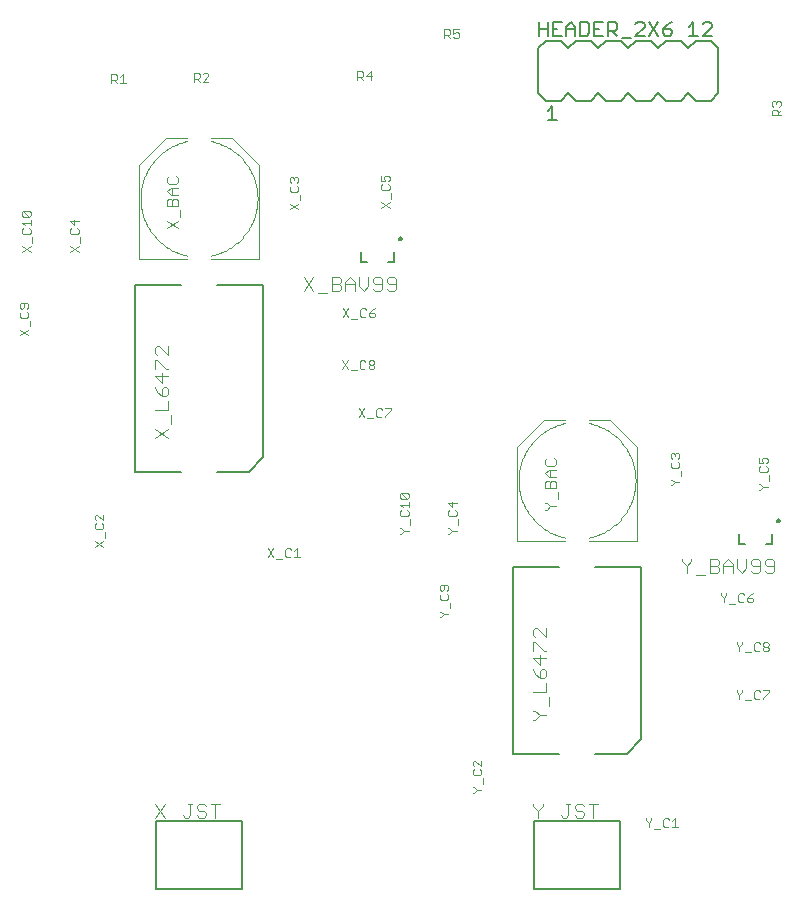
<source format=gto>
G75*
%MOIN*%
%OFA0B0*%
%FSLAX25Y25*%
%IPPOS*%
%LPD*%
%AMOC8*
5,1,8,0,0,1.08239X$1,22.5*
%
%ADD10C,0.00600*%
%ADD11C,0.00500*%
%ADD12C,0.00300*%
%ADD13C,0.00400*%
%ADD14C,0.00800*%
D10*
X0144200Y0219400D02*
X0146400Y0219400D01*
X0144200Y0219400D02*
X0144200Y0222600D01*
X0153200Y0219400D02*
X0155400Y0219400D01*
X0155400Y0222600D01*
X0205800Y0273000D02*
X0203300Y0275500D01*
X0203300Y0290500D01*
X0205800Y0293000D01*
X0210800Y0293000D01*
X0213300Y0290500D01*
X0215800Y0293000D01*
X0220800Y0293000D01*
X0223300Y0290500D01*
X0225800Y0293000D01*
X0230800Y0293000D01*
X0233300Y0290500D01*
X0235800Y0293000D01*
X0240800Y0293000D01*
X0243300Y0290500D01*
X0245800Y0293000D01*
X0250800Y0293000D01*
X0253300Y0290500D01*
X0255800Y0293000D01*
X0260800Y0293000D01*
X0263300Y0290500D01*
X0263300Y0275500D01*
X0260800Y0273000D01*
X0255800Y0273000D01*
X0253300Y0275500D01*
X0250800Y0273000D01*
X0245800Y0273000D01*
X0243300Y0275500D01*
X0240800Y0273000D01*
X0235800Y0273000D01*
X0233300Y0275500D01*
X0230800Y0273000D01*
X0225800Y0273000D01*
X0223300Y0275500D01*
X0220800Y0273000D01*
X0215800Y0273000D01*
X0213300Y0275500D01*
X0210800Y0273000D01*
X0205800Y0273000D01*
X0270200Y0128600D02*
X0270200Y0125400D01*
X0272400Y0125400D01*
X0279200Y0125400D02*
X0281400Y0125400D01*
X0281400Y0128600D01*
D11*
X0282800Y0133000D02*
X0282802Y0133044D01*
X0282808Y0133088D01*
X0282818Y0133131D01*
X0282831Y0133173D01*
X0282848Y0133214D01*
X0282869Y0133253D01*
X0282893Y0133290D01*
X0282920Y0133325D01*
X0282950Y0133357D01*
X0282983Y0133387D01*
X0283019Y0133413D01*
X0283056Y0133437D01*
X0283096Y0133456D01*
X0283137Y0133473D01*
X0283180Y0133485D01*
X0283223Y0133494D01*
X0283267Y0133499D01*
X0283311Y0133500D01*
X0283355Y0133497D01*
X0283399Y0133490D01*
X0283442Y0133479D01*
X0283484Y0133465D01*
X0283524Y0133447D01*
X0283563Y0133425D01*
X0283599Y0133401D01*
X0283633Y0133373D01*
X0283665Y0133342D01*
X0283694Y0133308D01*
X0283720Y0133272D01*
X0283742Y0133234D01*
X0283761Y0133194D01*
X0283776Y0133152D01*
X0283788Y0133110D01*
X0283796Y0133066D01*
X0283800Y0133022D01*
X0283800Y0132978D01*
X0283796Y0132934D01*
X0283788Y0132890D01*
X0283776Y0132848D01*
X0283761Y0132806D01*
X0283742Y0132766D01*
X0283720Y0132728D01*
X0283694Y0132692D01*
X0283665Y0132658D01*
X0283633Y0132627D01*
X0283599Y0132599D01*
X0283563Y0132575D01*
X0283524Y0132553D01*
X0283484Y0132535D01*
X0283442Y0132521D01*
X0283399Y0132510D01*
X0283355Y0132503D01*
X0283311Y0132500D01*
X0283267Y0132501D01*
X0283223Y0132506D01*
X0283180Y0132515D01*
X0283137Y0132527D01*
X0283096Y0132544D01*
X0283056Y0132563D01*
X0283019Y0132587D01*
X0282983Y0132613D01*
X0282950Y0132643D01*
X0282920Y0132675D01*
X0282893Y0132710D01*
X0282869Y0132747D01*
X0282848Y0132786D01*
X0282831Y0132827D01*
X0282818Y0132869D01*
X0282808Y0132912D01*
X0282802Y0132956D01*
X0282800Y0133000D01*
X0156800Y0227000D02*
X0156802Y0227044D01*
X0156808Y0227088D01*
X0156818Y0227131D01*
X0156831Y0227173D01*
X0156848Y0227214D01*
X0156869Y0227253D01*
X0156893Y0227290D01*
X0156920Y0227325D01*
X0156950Y0227357D01*
X0156983Y0227387D01*
X0157019Y0227413D01*
X0157056Y0227437D01*
X0157096Y0227456D01*
X0157137Y0227473D01*
X0157180Y0227485D01*
X0157223Y0227494D01*
X0157267Y0227499D01*
X0157311Y0227500D01*
X0157355Y0227497D01*
X0157399Y0227490D01*
X0157442Y0227479D01*
X0157484Y0227465D01*
X0157524Y0227447D01*
X0157563Y0227425D01*
X0157599Y0227401D01*
X0157633Y0227373D01*
X0157665Y0227342D01*
X0157694Y0227308D01*
X0157720Y0227272D01*
X0157742Y0227234D01*
X0157761Y0227194D01*
X0157776Y0227152D01*
X0157788Y0227110D01*
X0157796Y0227066D01*
X0157800Y0227022D01*
X0157800Y0226978D01*
X0157796Y0226934D01*
X0157788Y0226890D01*
X0157776Y0226848D01*
X0157761Y0226806D01*
X0157742Y0226766D01*
X0157720Y0226728D01*
X0157694Y0226692D01*
X0157665Y0226658D01*
X0157633Y0226627D01*
X0157599Y0226599D01*
X0157563Y0226575D01*
X0157524Y0226553D01*
X0157484Y0226535D01*
X0157442Y0226521D01*
X0157399Y0226510D01*
X0157355Y0226503D01*
X0157311Y0226500D01*
X0157267Y0226501D01*
X0157223Y0226506D01*
X0157180Y0226515D01*
X0157137Y0226527D01*
X0157096Y0226544D01*
X0157056Y0226563D01*
X0157019Y0226587D01*
X0156983Y0226613D01*
X0156950Y0226643D01*
X0156920Y0226675D01*
X0156893Y0226710D01*
X0156869Y0226747D01*
X0156848Y0226786D01*
X0156831Y0226827D01*
X0156818Y0226869D01*
X0156808Y0226912D01*
X0156802Y0226956D01*
X0156800Y0227000D01*
X0206550Y0266750D02*
X0209553Y0266750D01*
X0208051Y0266750D02*
X0208051Y0271254D01*
X0206550Y0269753D01*
X0206553Y0294750D02*
X0206553Y0299254D01*
X0208154Y0299254D02*
X0208154Y0294750D01*
X0211156Y0294750D01*
X0212758Y0294750D02*
X0212758Y0297753D01*
X0214259Y0299254D01*
X0215760Y0297753D01*
X0215760Y0294750D01*
X0217362Y0294750D02*
X0219614Y0294750D01*
X0220364Y0295501D01*
X0220364Y0298503D01*
X0219614Y0299254D01*
X0217362Y0299254D01*
X0217362Y0294750D01*
X0215760Y0297002D02*
X0212758Y0297002D01*
X0211156Y0299254D02*
X0208154Y0299254D01*
X0208154Y0297002D02*
X0209655Y0297002D01*
X0206553Y0297002D02*
X0203550Y0297002D01*
X0203550Y0294750D02*
X0203550Y0299254D01*
X0221966Y0299254D02*
X0221966Y0294750D01*
X0224968Y0294750D01*
X0226570Y0294750D02*
X0226570Y0299254D01*
X0228822Y0299254D01*
X0229572Y0298503D01*
X0229572Y0297002D01*
X0228822Y0296251D01*
X0226570Y0296251D01*
X0228071Y0296251D02*
X0229572Y0294750D01*
X0231174Y0293999D02*
X0234176Y0293999D01*
X0235777Y0294750D02*
X0238780Y0297753D01*
X0238780Y0298503D01*
X0238029Y0299254D01*
X0236528Y0299254D01*
X0235777Y0298503D01*
X0235777Y0294750D02*
X0238780Y0294750D01*
X0240381Y0294750D02*
X0243384Y0299254D01*
X0244985Y0297002D02*
X0247237Y0297002D01*
X0247988Y0296251D01*
X0247988Y0295501D01*
X0247237Y0294750D01*
X0245736Y0294750D01*
X0244985Y0295501D01*
X0244985Y0297002D01*
X0246487Y0298503D01*
X0247988Y0299254D01*
X0243384Y0294750D02*
X0240381Y0299254D01*
X0253550Y0297753D02*
X0255051Y0299254D01*
X0255051Y0294750D01*
X0253550Y0294750D02*
X0256553Y0294750D01*
X0258154Y0294750D02*
X0261156Y0297753D01*
X0261156Y0298503D01*
X0260406Y0299254D01*
X0258905Y0299254D01*
X0258154Y0298503D01*
X0258154Y0294750D02*
X0261156Y0294750D01*
X0224968Y0299254D02*
X0221966Y0299254D01*
X0221966Y0297002D02*
X0223467Y0297002D01*
D12*
X0176938Y0296852D02*
X0175003Y0296852D01*
X0175003Y0295401D01*
X0175971Y0295885D01*
X0176455Y0295885D01*
X0176938Y0295401D01*
X0176938Y0294434D01*
X0176455Y0293950D01*
X0175487Y0293950D01*
X0175003Y0294434D01*
X0173992Y0293950D02*
X0173024Y0294917D01*
X0173508Y0294917D02*
X0172057Y0294917D01*
X0172057Y0293950D02*
X0172057Y0296852D01*
X0173508Y0296852D01*
X0173992Y0296369D01*
X0173992Y0295401D01*
X0173508Y0294917D01*
X0147455Y0282852D02*
X0147455Y0279950D01*
X0147938Y0281401D02*
X0146003Y0281401D01*
X0147455Y0282852D01*
X0144992Y0282369D02*
X0144992Y0281401D01*
X0144508Y0280917D01*
X0143057Y0280917D01*
X0143057Y0279950D02*
X0143057Y0282852D01*
X0144508Y0282852D01*
X0144992Y0282369D01*
X0144024Y0280917D02*
X0144992Y0279950D01*
X0150948Y0248138D02*
X0150948Y0246203D01*
X0152399Y0246203D01*
X0151915Y0247171D01*
X0151915Y0247655D01*
X0152399Y0248138D01*
X0153366Y0248138D01*
X0153850Y0247655D01*
X0153850Y0246687D01*
X0153366Y0246203D01*
X0153366Y0245192D02*
X0153850Y0244708D01*
X0153850Y0243741D01*
X0153366Y0243257D01*
X0151431Y0243257D01*
X0150948Y0243741D01*
X0150948Y0244708D01*
X0151431Y0245192D01*
X0154334Y0242245D02*
X0154334Y0240310D01*
X0153850Y0239299D02*
X0150948Y0237364D01*
X0150948Y0239299D02*
X0153850Y0237364D01*
X0123834Y0239810D02*
X0123834Y0241745D01*
X0122866Y0242757D02*
X0123350Y0243241D01*
X0123350Y0244208D01*
X0122866Y0244692D01*
X0122866Y0245703D02*
X0123350Y0246187D01*
X0123350Y0247155D01*
X0122866Y0247638D01*
X0122383Y0247638D01*
X0121899Y0247155D01*
X0121899Y0246671D01*
X0121899Y0247155D02*
X0121415Y0247638D01*
X0120931Y0247638D01*
X0120448Y0247155D01*
X0120448Y0246187D01*
X0120931Y0245703D01*
X0120931Y0244692D02*
X0120448Y0244208D01*
X0120448Y0243241D01*
X0120931Y0242757D01*
X0122866Y0242757D01*
X0123350Y0238799D02*
X0120448Y0236864D01*
X0120448Y0238799D02*
X0123350Y0236864D01*
X0138164Y0203852D02*
X0140099Y0200950D01*
X0141110Y0200466D02*
X0143045Y0200466D01*
X0144057Y0201434D02*
X0144541Y0200950D01*
X0145508Y0200950D01*
X0145992Y0201434D01*
X0147003Y0201434D02*
X0147487Y0200950D01*
X0148455Y0200950D01*
X0148938Y0201434D01*
X0148938Y0201917D01*
X0148455Y0202401D01*
X0147003Y0202401D01*
X0147003Y0201434D01*
X0147003Y0202401D02*
X0147971Y0203369D01*
X0148938Y0203852D01*
X0145992Y0203369D02*
X0145508Y0203852D01*
X0144541Y0203852D01*
X0144057Y0203369D01*
X0144057Y0201434D01*
X0140099Y0203852D02*
X0138164Y0200950D01*
X0137950Y0186552D02*
X0139885Y0183650D01*
X0140897Y0183166D02*
X0142831Y0183166D01*
X0143843Y0184134D02*
X0144327Y0183650D01*
X0145294Y0183650D01*
X0145778Y0184134D01*
X0146790Y0184134D02*
X0146790Y0184617D01*
X0147273Y0185101D01*
X0148241Y0185101D01*
X0148725Y0184617D01*
X0148725Y0184134D01*
X0148241Y0183650D01*
X0147273Y0183650D01*
X0146790Y0184134D01*
X0147273Y0185101D02*
X0146790Y0185585D01*
X0146790Y0186069D01*
X0147273Y0186552D01*
X0148241Y0186552D01*
X0148725Y0186069D01*
X0148725Y0185585D01*
X0148241Y0185101D01*
X0145778Y0186069D02*
X0145294Y0186552D01*
X0144327Y0186552D01*
X0143843Y0186069D01*
X0143843Y0184134D01*
X0139885Y0186552D02*
X0137950Y0183650D01*
X0143450Y0170552D02*
X0145385Y0167650D01*
X0146397Y0167166D02*
X0148331Y0167166D01*
X0149343Y0168134D02*
X0149827Y0167650D01*
X0150794Y0167650D01*
X0151278Y0168134D01*
X0152290Y0168134D02*
X0152290Y0167650D01*
X0152290Y0168134D02*
X0154225Y0170069D01*
X0154225Y0170552D01*
X0152290Y0170552D01*
X0151278Y0170069D02*
X0150794Y0170552D01*
X0149827Y0170552D01*
X0149343Y0170069D01*
X0149343Y0168134D01*
X0145385Y0170552D02*
X0143450Y0167650D01*
X0157731Y0142371D02*
X0159666Y0140436D01*
X0160150Y0140920D01*
X0160150Y0141887D01*
X0159666Y0142371D01*
X0157731Y0142371D01*
X0157248Y0141887D01*
X0157248Y0140920D01*
X0157731Y0140436D01*
X0159666Y0140436D01*
X0160150Y0139425D02*
X0160150Y0137490D01*
X0160150Y0138457D02*
X0157248Y0138457D01*
X0158215Y0137490D01*
X0157731Y0136478D02*
X0157248Y0135994D01*
X0157248Y0135027D01*
X0157731Y0134543D01*
X0159666Y0134543D01*
X0160150Y0135027D01*
X0160150Y0135994D01*
X0159666Y0136478D01*
X0160634Y0133531D02*
X0160634Y0131597D01*
X0160150Y0129617D02*
X0158699Y0129617D01*
X0157731Y0130585D01*
X0157248Y0130585D01*
X0158699Y0129617D02*
X0157731Y0128650D01*
X0157248Y0128650D01*
X0173248Y0128650D02*
X0173731Y0128650D01*
X0174699Y0129617D01*
X0176150Y0129617D01*
X0174699Y0129617D02*
X0173731Y0130585D01*
X0173248Y0130585D01*
X0176634Y0131597D02*
X0176634Y0133531D01*
X0175666Y0134543D02*
X0176150Y0135027D01*
X0176150Y0135994D01*
X0175666Y0136478D01*
X0174699Y0137490D02*
X0174699Y0139425D01*
X0176150Y0138941D02*
X0173248Y0138941D01*
X0174699Y0137490D01*
X0173731Y0136478D02*
X0173248Y0135994D01*
X0173248Y0135027D01*
X0173731Y0134543D01*
X0175666Y0134543D01*
X0172866Y0111638D02*
X0170931Y0111638D01*
X0170448Y0111155D01*
X0170448Y0110187D01*
X0170931Y0109703D01*
X0171415Y0109703D01*
X0171899Y0110187D01*
X0171899Y0111638D01*
X0172866Y0111638D02*
X0173350Y0111155D01*
X0173350Y0110187D01*
X0172866Y0109703D01*
X0172866Y0108692D02*
X0173350Y0108208D01*
X0173350Y0107241D01*
X0172866Y0106757D01*
X0170931Y0106757D01*
X0170448Y0107241D01*
X0170448Y0108208D01*
X0170931Y0108692D01*
X0173834Y0105745D02*
X0173834Y0103810D01*
X0173350Y0101831D02*
X0171899Y0101831D01*
X0170931Y0102799D01*
X0170448Y0102799D01*
X0171899Y0101831D02*
X0170931Y0100864D01*
X0170448Y0100864D01*
X0205557Y0136611D02*
X0206174Y0136611D01*
X0207409Y0137845D01*
X0209260Y0137845D01*
X0207409Y0137845D02*
X0206174Y0139079D01*
X0205557Y0139079D01*
X0209877Y0140294D02*
X0209877Y0142763D01*
X0209260Y0143977D02*
X0209260Y0145828D01*
X0208643Y0146446D01*
X0208026Y0146446D01*
X0207409Y0145828D01*
X0207409Y0143977D01*
X0209260Y0143977D02*
X0205557Y0143977D01*
X0205557Y0145828D01*
X0206174Y0146446D01*
X0206791Y0146446D01*
X0207409Y0145828D01*
X0207409Y0147660D02*
X0207409Y0150129D01*
X0206791Y0150129D02*
X0209260Y0150129D01*
X0208643Y0151343D02*
X0209260Y0151960D01*
X0209260Y0153195D01*
X0208643Y0153812D01*
X0206174Y0153812D02*
X0205557Y0153195D01*
X0205557Y0151960D01*
X0206174Y0151343D01*
X0208643Y0151343D01*
X0206791Y0150129D02*
X0205557Y0148894D01*
X0206791Y0147660D01*
X0209260Y0147660D01*
X0247448Y0146799D02*
X0247931Y0146799D01*
X0248899Y0145831D01*
X0250350Y0145831D01*
X0248899Y0145831D02*
X0247931Y0144864D01*
X0247448Y0144864D01*
X0250834Y0147810D02*
X0250834Y0149745D01*
X0249866Y0150757D02*
X0250350Y0151241D01*
X0250350Y0152208D01*
X0249866Y0152692D01*
X0249866Y0153703D02*
X0250350Y0154187D01*
X0250350Y0155155D01*
X0249866Y0155638D01*
X0249383Y0155638D01*
X0248899Y0155155D01*
X0248899Y0154671D01*
X0248899Y0155155D02*
X0248415Y0155638D01*
X0247931Y0155638D01*
X0247448Y0155155D01*
X0247448Y0154187D01*
X0247931Y0153703D01*
X0247931Y0152692D02*
X0247448Y0152208D01*
X0247448Y0151241D01*
X0247931Y0150757D01*
X0249866Y0150757D01*
X0276948Y0150708D02*
X0276948Y0149741D01*
X0277431Y0149257D01*
X0279366Y0149257D01*
X0279850Y0149741D01*
X0279850Y0150708D01*
X0279366Y0151192D01*
X0279366Y0152203D02*
X0279850Y0152687D01*
X0279850Y0153655D01*
X0279366Y0154138D01*
X0278399Y0154138D01*
X0277915Y0153655D01*
X0277915Y0153171D01*
X0278399Y0152203D01*
X0276948Y0152203D01*
X0276948Y0154138D01*
X0277431Y0151192D02*
X0276948Y0150708D01*
X0280334Y0148245D02*
X0280334Y0146310D01*
X0279850Y0144331D02*
X0278399Y0144331D01*
X0277431Y0145299D01*
X0276948Y0145299D01*
X0278399Y0144331D02*
X0277431Y0143364D01*
X0276948Y0143364D01*
X0274938Y0108852D02*
X0273971Y0108369D01*
X0273003Y0107401D01*
X0274455Y0107401D01*
X0274938Y0106917D01*
X0274938Y0106434D01*
X0274455Y0105950D01*
X0273487Y0105950D01*
X0273003Y0106434D01*
X0273003Y0107401D01*
X0271992Y0106434D02*
X0271508Y0105950D01*
X0270541Y0105950D01*
X0270057Y0106434D01*
X0270057Y0108369D01*
X0270541Y0108852D01*
X0271508Y0108852D01*
X0271992Y0108369D01*
X0269045Y0105466D02*
X0267110Y0105466D01*
X0265131Y0105950D02*
X0265131Y0107401D01*
X0266099Y0108369D01*
X0266099Y0108852D01*
X0265131Y0107401D02*
X0264164Y0108369D01*
X0264164Y0108852D01*
X0269450Y0092552D02*
X0269450Y0092069D01*
X0270417Y0091101D01*
X0270417Y0089650D01*
X0270417Y0091101D02*
X0271385Y0092069D01*
X0271385Y0092552D01*
X0272397Y0089166D02*
X0274331Y0089166D01*
X0275343Y0090134D02*
X0275827Y0089650D01*
X0276794Y0089650D01*
X0277278Y0090134D01*
X0278290Y0090134D02*
X0278290Y0090617D01*
X0278773Y0091101D01*
X0279741Y0091101D01*
X0280225Y0090617D01*
X0280225Y0090134D01*
X0279741Y0089650D01*
X0278773Y0089650D01*
X0278290Y0090134D01*
X0278773Y0091101D02*
X0278290Y0091585D01*
X0278290Y0092069D01*
X0278773Y0092552D01*
X0279741Y0092552D01*
X0280225Y0092069D01*
X0280225Y0091585D01*
X0279741Y0091101D01*
X0277278Y0092069D02*
X0276794Y0092552D01*
X0275827Y0092552D01*
X0275343Y0092069D01*
X0275343Y0090134D01*
X0275827Y0076552D02*
X0275343Y0076069D01*
X0275343Y0074134D01*
X0275827Y0073650D01*
X0276794Y0073650D01*
X0277278Y0074134D01*
X0278290Y0074134D02*
X0278290Y0073650D01*
X0278290Y0074134D02*
X0280225Y0076069D01*
X0280225Y0076552D01*
X0278290Y0076552D01*
X0277278Y0076069D02*
X0276794Y0076552D01*
X0275827Y0076552D01*
X0274331Y0073166D02*
X0272397Y0073166D01*
X0270417Y0073650D02*
X0270417Y0075101D01*
X0271385Y0076069D01*
X0271385Y0076552D01*
X0270417Y0075101D02*
X0269450Y0076069D01*
X0269450Y0076552D01*
X0248971Y0033852D02*
X0248003Y0032885D01*
X0246992Y0033369D02*
X0246508Y0033852D01*
X0245541Y0033852D01*
X0245057Y0033369D01*
X0245057Y0031434D01*
X0245541Y0030950D01*
X0246508Y0030950D01*
X0246992Y0031434D01*
X0248003Y0030950D02*
X0249938Y0030950D01*
X0248971Y0030950D02*
X0248971Y0033852D01*
X0244045Y0030466D02*
X0242110Y0030466D01*
X0240131Y0030950D02*
X0240131Y0032401D01*
X0241099Y0033369D01*
X0241099Y0033852D01*
X0240131Y0032401D02*
X0239164Y0033369D01*
X0239164Y0033852D01*
X0184834Y0045310D02*
X0184834Y0047245D01*
X0183866Y0048257D02*
X0184350Y0048741D01*
X0184350Y0049708D01*
X0183866Y0050192D01*
X0184350Y0051203D02*
X0182415Y0053138D01*
X0181931Y0053138D01*
X0181448Y0052655D01*
X0181448Y0051687D01*
X0181931Y0051203D01*
X0181931Y0050192D02*
X0181448Y0049708D01*
X0181448Y0048741D01*
X0181931Y0048257D01*
X0183866Y0048257D01*
X0184350Y0051203D02*
X0184350Y0053138D01*
X0181931Y0044299D02*
X0181448Y0044299D01*
X0181931Y0044299D02*
X0182899Y0043331D01*
X0184350Y0043331D01*
X0182899Y0043331D02*
X0181931Y0042364D01*
X0181448Y0042364D01*
X0123938Y0120950D02*
X0122003Y0120950D01*
X0122971Y0120950D02*
X0122971Y0123852D01*
X0122003Y0122885D01*
X0120992Y0123369D02*
X0120508Y0123852D01*
X0119541Y0123852D01*
X0119057Y0123369D01*
X0119057Y0121434D01*
X0119541Y0120950D01*
X0120508Y0120950D01*
X0120992Y0121434D01*
X0118045Y0120466D02*
X0116110Y0120466D01*
X0115099Y0120950D02*
X0113164Y0123852D01*
X0115099Y0123852D02*
X0113164Y0120950D01*
X0058834Y0127310D02*
X0058834Y0129245D01*
X0057866Y0130257D02*
X0058350Y0130741D01*
X0058350Y0131708D01*
X0057866Y0132192D01*
X0058350Y0133203D02*
X0056415Y0135138D01*
X0055931Y0135138D01*
X0055448Y0134655D01*
X0055448Y0133687D01*
X0055931Y0133203D01*
X0055931Y0132192D02*
X0055448Y0131708D01*
X0055448Y0130741D01*
X0055931Y0130257D01*
X0057866Y0130257D01*
X0058350Y0133203D02*
X0058350Y0135138D01*
X0058350Y0126299D02*
X0055448Y0124364D01*
X0055448Y0126299D02*
X0058350Y0124364D01*
X0033350Y0194864D02*
X0030448Y0196799D01*
X0030448Y0194864D02*
X0033350Y0196799D01*
X0033834Y0197810D02*
X0033834Y0199745D01*
X0032866Y0200757D02*
X0033350Y0201241D01*
X0033350Y0202208D01*
X0032866Y0202692D01*
X0032866Y0203703D02*
X0033350Y0204187D01*
X0033350Y0205155D01*
X0032866Y0205638D01*
X0030931Y0205638D01*
X0030448Y0205155D01*
X0030448Y0204187D01*
X0030931Y0203703D01*
X0031415Y0203703D01*
X0031899Y0204187D01*
X0031899Y0205638D01*
X0030931Y0202692D02*
X0030448Y0202208D01*
X0030448Y0201241D01*
X0030931Y0200757D01*
X0032866Y0200757D01*
X0034150Y0222650D02*
X0031248Y0224585D01*
X0031248Y0222650D02*
X0034150Y0224585D01*
X0034634Y0225597D02*
X0034634Y0227531D01*
X0033666Y0228543D02*
X0034150Y0229027D01*
X0034150Y0229994D01*
X0033666Y0230478D01*
X0034150Y0231490D02*
X0034150Y0233425D01*
X0034150Y0232457D02*
X0031248Y0232457D01*
X0032215Y0231490D01*
X0031731Y0230478D02*
X0031248Y0229994D01*
X0031248Y0229027D01*
X0031731Y0228543D01*
X0033666Y0228543D01*
X0033666Y0234436D02*
X0031731Y0236371D01*
X0033666Y0236371D01*
X0034150Y0235887D01*
X0034150Y0234920D01*
X0033666Y0234436D01*
X0031731Y0234436D01*
X0031248Y0234920D01*
X0031248Y0235887D01*
X0031731Y0236371D01*
X0047248Y0232941D02*
X0048699Y0231490D01*
X0048699Y0233425D01*
X0050150Y0232941D02*
X0047248Y0232941D01*
X0047731Y0230478D02*
X0047248Y0229994D01*
X0047248Y0229027D01*
X0047731Y0228543D01*
X0049666Y0228543D01*
X0050150Y0229027D01*
X0050150Y0229994D01*
X0049666Y0230478D01*
X0050634Y0227531D02*
X0050634Y0225597D01*
X0050150Y0224585D02*
X0047248Y0222650D01*
X0047248Y0224585D02*
X0050150Y0222650D01*
X0079557Y0230611D02*
X0083260Y0233079D01*
X0083877Y0234294D02*
X0083877Y0236763D01*
X0083260Y0237977D02*
X0083260Y0239828D01*
X0082643Y0240446D01*
X0082026Y0240446D01*
X0081409Y0239828D01*
X0081409Y0237977D01*
X0083260Y0237977D02*
X0079557Y0237977D01*
X0079557Y0239828D01*
X0080174Y0240446D01*
X0080791Y0240446D01*
X0081409Y0239828D01*
X0081409Y0241660D02*
X0081409Y0244129D01*
X0080791Y0244129D02*
X0083260Y0244129D01*
X0082643Y0245343D02*
X0083260Y0245960D01*
X0083260Y0247195D01*
X0082643Y0247812D01*
X0080174Y0247812D02*
X0079557Y0247195D01*
X0079557Y0245960D01*
X0080174Y0245343D01*
X0082643Y0245343D01*
X0080791Y0244129D02*
X0079557Y0242894D01*
X0080791Y0241660D01*
X0083260Y0241660D01*
X0079557Y0233079D02*
X0083260Y0230611D01*
X0088557Y0279450D02*
X0088557Y0282352D01*
X0090008Y0282352D01*
X0090492Y0281869D01*
X0090492Y0280901D01*
X0090008Y0280417D01*
X0088557Y0280417D01*
X0089524Y0280417D02*
X0090492Y0279450D01*
X0091503Y0279450D02*
X0093438Y0281385D01*
X0093438Y0281869D01*
X0092955Y0282352D01*
X0091987Y0282352D01*
X0091503Y0281869D01*
X0091503Y0279450D02*
X0093438Y0279450D01*
X0065938Y0278950D02*
X0064003Y0278950D01*
X0064971Y0278950D02*
X0064971Y0281852D01*
X0064003Y0280885D01*
X0062992Y0281369D02*
X0062992Y0280401D01*
X0062508Y0279917D01*
X0061057Y0279917D01*
X0061057Y0278950D02*
X0061057Y0281852D01*
X0062508Y0281852D01*
X0062992Y0281369D01*
X0062024Y0279917D02*
X0062992Y0278950D01*
X0281248Y0272548D02*
X0281248Y0271580D01*
X0281731Y0271097D01*
X0281731Y0270085D02*
X0282699Y0270085D01*
X0283183Y0269601D01*
X0283183Y0268150D01*
X0284150Y0268150D02*
X0281248Y0268150D01*
X0281248Y0269601D01*
X0281731Y0270085D01*
X0283183Y0269117D02*
X0284150Y0270085D01*
X0283666Y0271097D02*
X0284150Y0271580D01*
X0284150Y0272548D01*
X0283666Y0273031D01*
X0283183Y0273031D01*
X0282699Y0272548D01*
X0282699Y0272064D01*
X0282699Y0272548D02*
X0282215Y0273031D01*
X0281731Y0273031D01*
X0281248Y0272548D01*
D13*
X0227324Y0166579D02*
X0220237Y0166579D01*
X0212363Y0166579D02*
X0205276Y0166579D01*
X0196221Y0157524D01*
X0196221Y0126421D01*
X0212363Y0126421D01*
X0220237Y0126421D02*
X0236379Y0126421D01*
X0236379Y0157524D01*
X0227324Y0166579D01*
X0212363Y0165594D02*
X0211898Y0165493D01*
X0211435Y0165379D01*
X0210976Y0165255D01*
X0210520Y0165119D01*
X0210067Y0164973D01*
X0209618Y0164815D01*
X0209172Y0164646D01*
X0208731Y0164467D01*
X0208295Y0164277D01*
X0207863Y0164076D01*
X0207437Y0163865D01*
X0207015Y0163643D01*
X0206600Y0163411D01*
X0206190Y0163170D01*
X0205786Y0162918D01*
X0205388Y0162656D01*
X0204997Y0162385D01*
X0204612Y0162104D01*
X0204235Y0161814D01*
X0203864Y0161515D01*
X0203501Y0161207D01*
X0203146Y0160890D01*
X0202799Y0160564D01*
X0202459Y0160231D01*
X0202128Y0159889D01*
X0201805Y0159539D01*
X0201491Y0159181D01*
X0201186Y0158815D01*
X0200890Y0158443D01*
X0200603Y0158063D01*
X0200325Y0157676D01*
X0200057Y0157283D01*
X0199799Y0156883D01*
X0199550Y0156477D01*
X0199312Y0156065D01*
X0199083Y0155647D01*
X0198865Y0155224D01*
X0198657Y0154796D01*
X0198460Y0154363D01*
X0198273Y0153925D01*
X0198097Y0153482D01*
X0197932Y0153036D01*
X0197778Y0152585D01*
X0197635Y0152131D01*
X0197503Y0151674D01*
X0197382Y0151214D01*
X0197273Y0150750D01*
X0197175Y0150284D01*
X0197088Y0149816D01*
X0197013Y0149346D01*
X0196949Y0148874D01*
X0196897Y0148401D01*
X0196856Y0147927D01*
X0196827Y0147452D01*
X0196810Y0146976D01*
X0196804Y0146500D01*
X0196810Y0146024D01*
X0196827Y0145548D01*
X0196856Y0145073D01*
X0196897Y0144599D01*
X0196949Y0144126D01*
X0197013Y0143654D01*
X0197088Y0143184D01*
X0197175Y0142716D01*
X0197273Y0142250D01*
X0197382Y0141786D01*
X0197503Y0141326D01*
X0197635Y0140869D01*
X0197778Y0140415D01*
X0197932Y0139964D01*
X0198097Y0139518D01*
X0198273Y0139075D01*
X0198460Y0138637D01*
X0198657Y0138204D01*
X0198865Y0137776D01*
X0199083Y0137353D01*
X0199312Y0136935D01*
X0199550Y0136523D01*
X0199799Y0136117D01*
X0200057Y0135717D01*
X0200325Y0135324D01*
X0200603Y0134937D01*
X0200890Y0134557D01*
X0201186Y0134185D01*
X0201491Y0133819D01*
X0201805Y0133461D01*
X0202128Y0133111D01*
X0202459Y0132769D01*
X0202799Y0132436D01*
X0203146Y0132110D01*
X0203501Y0131793D01*
X0203864Y0131485D01*
X0204235Y0131186D01*
X0204612Y0130896D01*
X0204997Y0130615D01*
X0205388Y0130344D01*
X0205786Y0130082D01*
X0206190Y0129830D01*
X0206600Y0129589D01*
X0207015Y0129357D01*
X0207437Y0129135D01*
X0207863Y0128924D01*
X0208295Y0128723D01*
X0208731Y0128533D01*
X0209172Y0128354D01*
X0209618Y0128185D01*
X0210067Y0128027D01*
X0210520Y0127881D01*
X0210976Y0127745D01*
X0211435Y0127621D01*
X0211898Y0127507D01*
X0212363Y0127406D01*
X0220237Y0127406D02*
X0220702Y0127507D01*
X0221165Y0127621D01*
X0221624Y0127745D01*
X0222080Y0127881D01*
X0222533Y0128027D01*
X0222982Y0128185D01*
X0223428Y0128354D01*
X0223869Y0128533D01*
X0224305Y0128723D01*
X0224737Y0128924D01*
X0225163Y0129135D01*
X0225585Y0129357D01*
X0226000Y0129589D01*
X0226410Y0129830D01*
X0226814Y0130082D01*
X0227212Y0130344D01*
X0227603Y0130615D01*
X0227988Y0130896D01*
X0228365Y0131186D01*
X0228736Y0131485D01*
X0229099Y0131793D01*
X0229454Y0132110D01*
X0229801Y0132436D01*
X0230141Y0132769D01*
X0230472Y0133111D01*
X0230795Y0133461D01*
X0231109Y0133819D01*
X0231414Y0134185D01*
X0231710Y0134557D01*
X0231997Y0134937D01*
X0232275Y0135324D01*
X0232543Y0135717D01*
X0232801Y0136117D01*
X0233050Y0136523D01*
X0233288Y0136935D01*
X0233517Y0137353D01*
X0233735Y0137776D01*
X0233943Y0138204D01*
X0234140Y0138637D01*
X0234327Y0139075D01*
X0234503Y0139518D01*
X0234668Y0139964D01*
X0234822Y0140415D01*
X0234965Y0140869D01*
X0235097Y0141326D01*
X0235218Y0141786D01*
X0235327Y0142250D01*
X0235425Y0142716D01*
X0235512Y0143184D01*
X0235587Y0143654D01*
X0235651Y0144126D01*
X0235703Y0144599D01*
X0235744Y0145073D01*
X0235773Y0145548D01*
X0235790Y0146024D01*
X0235796Y0146500D01*
X0235790Y0146976D01*
X0235773Y0147452D01*
X0235744Y0147927D01*
X0235703Y0148401D01*
X0235651Y0148874D01*
X0235587Y0149346D01*
X0235512Y0149816D01*
X0235425Y0150284D01*
X0235327Y0150750D01*
X0235218Y0151214D01*
X0235097Y0151674D01*
X0234965Y0152131D01*
X0234822Y0152585D01*
X0234668Y0153036D01*
X0234503Y0153482D01*
X0234327Y0153925D01*
X0234140Y0154363D01*
X0233943Y0154796D01*
X0233735Y0155224D01*
X0233517Y0155647D01*
X0233288Y0156065D01*
X0233050Y0156477D01*
X0232801Y0156883D01*
X0232543Y0157283D01*
X0232275Y0157676D01*
X0231997Y0158063D01*
X0231710Y0158443D01*
X0231414Y0158815D01*
X0231109Y0159181D01*
X0230795Y0159539D01*
X0230472Y0159889D01*
X0230141Y0160231D01*
X0229801Y0160564D01*
X0229454Y0160890D01*
X0229099Y0161207D01*
X0228736Y0161515D01*
X0228365Y0161814D01*
X0227988Y0162104D01*
X0227603Y0162385D01*
X0227212Y0162656D01*
X0226814Y0162918D01*
X0226410Y0163170D01*
X0226000Y0163411D01*
X0225585Y0163643D01*
X0225163Y0163865D01*
X0224737Y0164076D01*
X0224305Y0164277D01*
X0223869Y0164467D01*
X0223428Y0164646D01*
X0222982Y0164815D01*
X0222533Y0164973D01*
X0222080Y0165119D01*
X0221624Y0165255D01*
X0221165Y0165379D01*
X0220702Y0165493D01*
X0220237Y0165594D01*
X0251272Y0120304D02*
X0251272Y0119537D01*
X0252807Y0118002D01*
X0252807Y0115700D01*
X0252807Y0118002D02*
X0254342Y0119537D01*
X0254342Y0120304D01*
X0255876Y0114933D02*
X0258946Y0114933D01*
X0260480Y0115700D02*
X0262782Y0115700D01*
X0263550Y0116467D01*
X0263550Y0117235D01*
X0262782Y0118002D01*
X0260480Y0118002D01*
X0260480Y0115700D02*
X0260480Y0120304D01*
X0262782Y0120304D01*
X0263550Y0119537D01*
X0263550Y0118769D01*
X0262782Y0118002D01*
X0265084Y0118002D02*
X0268154Y0118002D01*
X0268154Y0118769D02*
X0268154Y0115700D01*
X0269688Y0117235D02*
X0271223Y0115700D01*
X0272757Y0117235D01*
X0272757Y0120304D01*
X0274292Y0119537D02*
X0274292Y0118769D01*
X0275059Y0118002D01*
X0277361Y0118002D01*
X0277361Y0119537D02*
X0276594Y0120304D01*
X0275059Y0120304D01*
X0274292Y0119537D01*
X0277361Y0119537D02*
X0277361Y0116467D01*
X0276594Y0115700D01*
X0275059Y0115700D01*
X0274292Y0116467D01*
X0278896Y0116467D02*
X0279663Y0115700D01*
X0281198Y0115700D01*
X0281965Y0116467D01*
X0281965Y0119537D01*
X0281198Y0120304D01*
X0279663Y0120304D01*
X0278896Y0119537D01*
X0278896Y0118769D01*
X0279663Y0118002D01*
X0281965Y0118002D01*
X0269688Y0117235D02*
X0269688Y0120304D01*
X0268154Y0118769D02*
X0266619Y0120304D01*
X0265084Y0118769D01*
X0265084Y0115700D01*
X0206100Y0097393D02*
X0206100Y0094324D01*
X0203031Y0097393D01*
X0202263Y0097393D01*
X0201496Y0096626D01*
X0201496Y0095091D01*
X0202263Y0094324D01*
X0202263Y0092789D02*
X0205333Y0089720D01*
X0206100Y0089720D01*
X0206100Y0087418D02*
X0201496Y0087418D01*
X0203798Y0085116D01*
X0203798Y0088185D01*
X0201496Y0089720D02*
X0201496Y0092789D01*
X0202263Y0092789D01*
X0201496Y0083581D02*
X0202263Y0082046D01*
X0203798Y0080512D01*
X0203798Y0082814D01*
X0204565Y0083581D01*
X0205333Y0083581D01*
X0206100Y0082814D01*
X0206100Y0081279D01*
X0205333Y0080512D01*
X0203798Y0080512D01*
X0206100Y0078977D02*
X0206100Y0075908D01*
X0201496Y0075908D01*
X0201496Y0069769D02*
X0202263Y0069769D01*
X0203798Y0068235D01*
X0206100Y0068235D01*
X0203798Y0068235D02*
X0202263Y0066700D01*
X0201496Y0066700D01*
X0206867Y0071304D02*
X0206867Y0074373D01*
X0204805Y0038709D02*
X0204805Y0037942D01*
X0203271Y0036407D01*
X0203271Y0034106D01*
X0203271Y0036407D02*
X0201736Y0037942D01*
X0201736Y0038709D01*
X0206340Y0033338D02*
X0209409Y0033338D01*
X0210944Y0034873D02*
X0211711Y0034106D01*
X0212479Y0034106D01*
X0213246Y0034873D01*
X0213246Y0038709D01*
X0212479Y0038709D02*
X0214013Y0038709D01*
X0215548Y0037942D02*
X0215548Y0037175D01*
X0216315Y0036407D01*
X0217850Y0036407D01*
X0218617Y0035640D01*
X0218617Y0034873D01*
X0217850Y0034106D01*
X0216315Y0034106D01*
X0215548Y0034873D01*
X0215548Y0037942D02*
X0216315Y0038709D01*
X0217850Y0038709D01*
X0218617Y0037942D01*
X0220152Y0038709D02*
X0223221Y0038709D01*
X0221687Y0038709D02*
X0221687Y0034106D01*
X0097221Y0038709D02*
X0094152Y0038709D01*
X0095687Y0038709D02*
X0095687Y0034106D01*
X0092617Y0034873D02*
X0091850Y0034106D01*
X0090315Y0034106D01*
X0089548Y0034873D01*
X0090315Y0036407D02*
X0091850Y0036407D01*
X0092617Y0035640D01*
X0092617Y0034873D01*
X0090315Y0036407D02*
X0089548Y0037175D01*
X0089548Y0037942D01*
X0090315Y0038709D01*
X0091850Y0038709D01*
X0092617Y0037942D01*
X0088013Y0038709D02*
X0086479Y0038709D01*
X0087246Y0038709D02*
X0087246Y0034873D01*
X0086479Y0034106D01*
X0085711Y0034106D01*
X0084944Y0034873D01*
X0083409Y0033338D02*
X0080340Y0033338D01*
X0078805Y0034106D02*
X0075736Y0038709D01*
X0078805Y0038709D02*
X0075736Y0034106D01*
X0075496Y0160700D02*
X0080100Y0163769D01*
X0080867Y0165304D02*
X0080867Y0168373D01*
X0080100Y0169908D02*
X0080100Y0172977D01*
X0079333Y0174512D02*
X0080100Y0175279D01*
X0080100Y0176814D01*
X0079333Y0177581D01*
X0078565Y0177581D01*
X0077798Y0176814D01*
X0077798Y0174512D01*
X0079333Y0174512D01*
X0077798Y0174512D02*
X0076263Y0176046D01*
X0075496Y0177581D01*
X0077798Y0179116D02*
X0075496Y0181418D01*
X0080100Y0181418D01*
X0080100Y0183720D02*
X0079333Y0183720D01*
X0076263Y0186789D01*
X0075496Y0186789D01*
X0075496Y0183720D01*
X0077798Y0182185D02*
X0077798Y0179116D01*
X0076263Y0188324D02*
X0075496Y0189091D01*
X0075496Y0190626D01*
X0076263Y0191393D01*
X0077031Y0191393D01*
X0080100Y0188324D01*
X0080100Y0191393D01*
X0080100Y0169908D02*
X0075496Y0169908D01*
X0075496Y0163769D02*
X0080100Y0160700D01*
X0125272Y0209700D02*
X0128342Y0214304D01*
X0125272Y0214304D02*
X0128342Y0209700D01*
X0129876Y0208933D02*
X0132946Y0208933D01*
X0134480Y0209700D02*
X0136782Y0209700D01*
X0137550Y0210467D01*
X0137550Y0211235D01*
X0136782Y0212002D01*
X0134480Y0212002D01*
X0134480Y0214304D02*
X0136782Y0214304D01*
X0137550Y0213537D01*
X0137550Y0212769D01*
X0136782Y0212002D01*
X0139084Y0212002D02*
X0142154Y0212002D01*
X0142154Y0212769D02*
X0142154Y0209700D01*
X0143688Y0211235D02*
X0145223Y0209700D01*
X0146757Y0211235D01*
X0146757Y0214304D01*
X0148292Y0213537D02*
X0148292Y0212769D01*
X0149059Y0212002D01*
X0151361Y0212002D01*
X0151361Y0213537D02*
X0150594Y0214304D01*
X0149059Y0214304D01*
X0148292Y0213537D01*
X0151361Y0213537D02*
X0151361Y0210467D01*
X0150594Y0209700D01*
X0149059Y0209700D01*
X0148292Y0210467D01*
X0152896Y0210467D02*
X0153663Y0209700D01*
X0155198Y0209700D01*
X0155965Y0210467D01*
X0155965Y0213537D01*
X0155198Y0214304D01*
X0153663Y0214304D01*
X0152896Y0213537D01*
X0152896Y0212769D01*
X0153663Y0212002D01*
X0155965Y0212002D01*
X0143688Y0211235D02*
X0143688Y0214304D01*
X0142154Y0212769D02*
X0140619Y0214304D01*
X0139084Y0212769D01*
X0139084Y0209700D01*
X0134480Y0209700D02*
X0134480Y0214304D01*
X0110379Y0220421D02*
X0094237Y0220421D01*
X0086363Y0220421D02*
X0070221Y0220421D01*
X0070221Y0251524D01*
X0079276Y0260579D01*
X0086363Y0260579D01*
X0094237Y0260579D02*
X0101324Y0260579D01*
X0110379Y0251524D01*
X0110379Y0220421D01*
X0086363Y0221406D02*
X0085898Y0221507D01*
X0085435Y0221621D01*
X0084976Y0221745D01*
X0084520Y0221881D01*
X0084067Y0222027D01*
X0083618Y0222185D01*
X0083172Y0222354D01*
X0082731Y0222533D01*
X0082295Y0222723D01*
X0081863Y0222924D01*
X0081437Y0223135D01*
X0081015Y0223357D01*
X0080600Y0223589D01*
X0080190Y0223830D01*
X0079786Y0224082D01*
X0079388Y0224344D01*
X0078997Y0224615D01*
X0078612Y0224896D01*
X0078235Y0225186D01*
X0077864Y0225485D01*
X0077501Y0225793D01*
X0077146Y0226110D01*
X0076799Y0226436D01*
X0076459Y0226769D01*
X0076128Y0227111D01*
X0075805Y0227461D01*
X0075491Y0227819D01*
X0075186Y0228185D01*
X0074890Y0228557D01*
X0074603Y0228937D01*
X0074325Y0229324D01*
X0074057Y0229717D01*
X0073799Y0230117D01*
X0073550Y0230523D01*
X0073312Y0230935D01*
X0073083Y0231353D01*
X0072865Y0231776D01*
X0072657Y0232204D01*
X0072460Y0232637D01*
X0072273Y0233075D01*
X0072097Y0233518D01*
X0071932Y0233964D01*
X0071778Y0234415D01*
X0071635Y0234869D01*
X0071503Y0235326D01*
X0071382Y0235786D01*
X0071273Y0236250D01*
X0071175Y0236716D01*
X0071088Y0237184D01*
X0071013Y0237654D01*
X0070949Y0238126D01*
X0070897Y0238599D01*
X0070856Y0239073D01*
X0070827Y0239548D01*
X0070810Y0240024D01*
X0070804Y0240500D01*
X0070810Y0240976D01*
X0070827Y0241452D01*
X0070856Y0241927D01*
X0070897Y0242401D01*
X0070949Y0242874D01*
X0071013Y0243346D01*
X0071088Y0243816D01*
X0071175Y0244284D01*
X0071273Y0244750D01*
X0071382Y0245214D01*
X0071503Y0245674D01*
X0071635Y0246131D01*
X0071778Y0246585D01*
X0071932Y0247036D01*
X0072097Y0247482D01*
X0072273Y0247925D01*
X0072460Y0248363D01*
X0072657Y0248796D01*
X0072865Y0249224D01*
X0073083Y0249647D01*
X0073312Y0250065D01*
X0073550Y0250477D01*
X0073799Y0250883D01*
X0074057Y0251283D01*
X0074325Y0251676D01*
X0074603Y0252063D01*
X0074890Y0252443D01*
X0075186Y0252815D01*
X0075491Y0253181D01*
X0075805Y0253539D01*
X0076128Y0253889D01*
X0076459Y0254231D01*
X0076799Y0254564D01*
X0077146Y0254890D01*
X0077501Y0255207D01*
X0077864Y0255515D01*
X0078235Y0255814D01*
X0078612Y0256104D01*
X0078997Y0256385D01*
X0079388Y0256656D01*
X0079786Y0256918D01*
X0080190Y0257170D01*
X0080600Y0257411D01*
X0081015Y0257643D01*
X0081437Y0257865D01*
X0081863Y0258076D01*
X0082295Y0258277D01*
X0082731Y0258467D01*
X0083172Y0258646D01*
X0083618Y0258815D01*
X0084067Y0258973D01*
X0084520Y0259119D01*
X0084976Y0259255D01*
X0085435Y0259379D01*
X0085898Y0259493D01*
X0086363Y0259594D01*
X0094237Y0259594D02*
X0094702Y0259493D01*
X0095165Y0259379D01*
X0095624Y0259255D01*
X0096080Y0259119D01*
X0096533Y0258973D01*
X0096982Y0258815D01*
X0097428Y0258646D01*
X0097869Y0258467D01*
X0098305Y0258277D01*
X0098737Y0258076D01*
X0099163Y0257865D01*
X0099585Y0257643D01*
X0100000Y0257411D01*
X0100410Y0257170D01*
X0100814Y0256918D01*
X0101212Y0256656D01*
X0101603Y0256385D01*
X0101988Y0256104D01*
X0102365Y0255814D01*
X0102736Y0255515D01*
X0103099Y0255207D01*
X0103454Y0254890D01*
X0103801Y0254564D01*
X0104141Y0254231D01*
X0104472Y0253889D01*
X0104795Y0253539D01*
X0105109Y0253181D01*
X0105414Y0252815D01*
X0105710Y0252443D01*
X0105997Y0252063D01*
X0106275Y0251676D01*
X0106543Y0251283D01*
X0106801Y0250883D01*
X0107050Y0250477D01*
X0107288Y0250065D01*
X0107517Y0249647D01*
X0107735Y0249224D01*
X0107943Y0248796D01*
X0108140Y0248363D01*
X0108327Y0247925D01*
X0108503Y0247482D01*
X0108668Y0247036D01*
X0108822Y0246585D01*
X0108965Y0246131D01*
X0109097Y0245674D01*
X0109218Y0245214D01*
X0109327Y0244750D01*
X0109425Y0244284D01*
X0109512Y0243816D01*
X0109587Y0243346D01*
X0109651Y0242874D01*
X0109703Y0242401D01*
X0109744Y0241927D01*
X0109773Y0241452D01*
X0109790Y0240976D01*
X0109796Y0240500D01*
X0109790Y0240024D01*
X0109773Y0239548D01*
X0109744Y0239073D01*
X0109703Y0238599D01*
X0109651Y0238126D01*
X0109587Y0237654D01*
X0109512Y0237184D01*
X0109425Y0236716D01*
X0109327Y0236250D01*
X0109218Y0235786D01*
X0109097Y0235326D01*
X0108965Y0234869D01*
X0108822Y0234415D01*
X0108668Y0233964D01*
X0108503Y0233518D01*
X0108327Y0233075D01*
X0108140Y0232637D01*
X0107943Y0232204D01*
X0107735Y0231776D01*
X0107517Y0231353D01*
X0107288Y0230935D01*
X0107050Y0230523D01*
X0106801Y0230117D01*
X0106543Y0229717D01*
X0106275Y0229324D01*
X0105997Y0228937D01*
X0105710Y0228557D01*
X0105414Y0228185D01*
X0105109Y0227819D01*
X0104795Y0227461D01*
X0104472Y0227111D01*
X0104141Y0226769D01*
X0103801Y0226436D01*
X0103454Y0226110D01*
X0103099Y0225793D01*
X0102736Y0225485D01*
X0102365Y0225186D01*
X0101988Y0224896D01*
X0101603Y0224615D01*
X0101212Y0224344D01*
X0100814Y0224082D01*
X0100410Y0223830D01*
X0100000Y0223589D01*
X0099585Y0223357D01*
X0099163Y0223135D01*
X0098737Y0222924D01*
X0098305Y0222723D01*
X0097869Y0222533D01*
X0097428Y0222354D01*
X0096982Y0222185D01*
X0096533Y0222027D01*
X0096080Y0221881D01*
X0095624Y0221745D01*
X0095165Y0221621D01*
X0094702Y0221507D01*
X0094237Y0221406D01*
D14*
X0075930Y0033020D02*
X0075930Y0010283D01*
X0104670Y0010283D01*
X0104670Y0033020D01*
X0075930Y0033020D01*
X0069040Y0149398D02*
X0069040Y0211602D01*
X0084158Y0211602D01*
X0096442Y0211602D02*
X0111560Y0211602D01*
X0111560Y0154161D01*
X0106796Y0149398D01*
X0096442Y0149398D01*
X0084158Y0149398D02*
X0069040Y0149398D01*
X0195040Y0117602D02*
X0195040Y0055398D01*
X0210158Y0055398D01*
X0222442Y0055398D02*
X0232796Y0055398D01*
X0237560Y0060161D01*
X0237560Y0117602D01*
X0222442Y0117602D01*
X0210158Y0117602D02*
X0195040Y0117602D01*
X0201930Y0033020D02*
X0230670Y0033020D01*
X0230670Y0010283D01*
X0201930Y0010283D01*
X0201930Y0033020D01*
M02*

</source>
